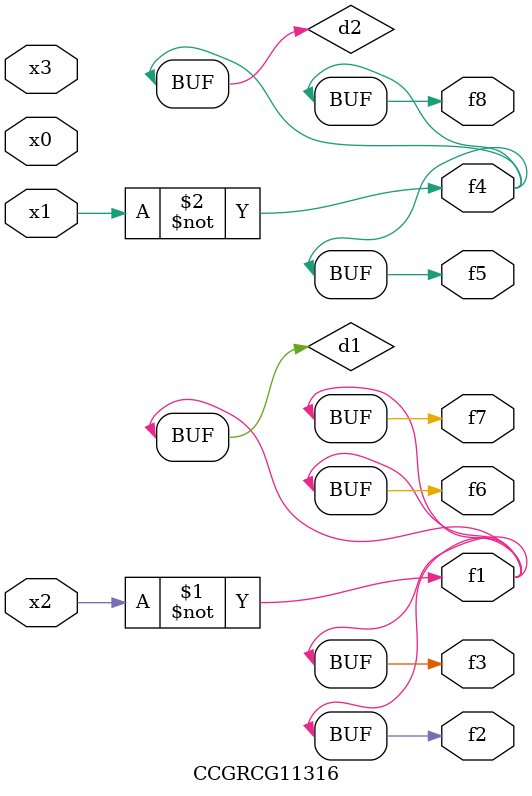
<source format=v>
module CCGRCG11316(
	input x0, x1, x2, x3,
	output f1, f2, f3, f4, f5, f6, f7, f8
);

	wire d1, d2;

	xnor (d1, x2);
	not (d2, x1);
	assign f1 = d1;
	assign f2 = d1;
	assign f3 = d1;
	assign f4 = d2;
	assign f5 = d2;
	assign f6 = d1;
	assign f7 = d1;
	assign f8 = d2;
endmodule

</source>
